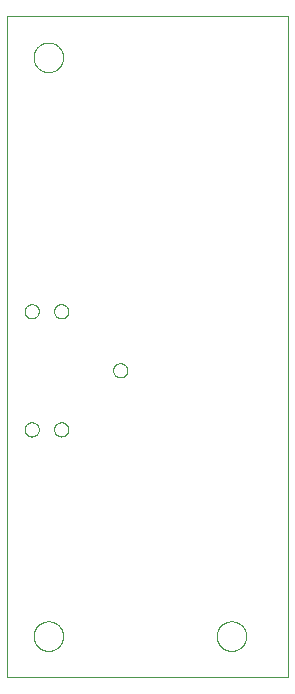
<source format=gko>
G75*
%MOIN*%
%OFA0B0*%
%FSLAX25Y25*%
%IPPOS*%
%LPD*%
%AMOC8*
5,1,8,0,0,1.08239X$1,22.5*
%
%ADD10C,0.00000*%
D10*
X0011500Y0010398D02*
X0011500Y0230870D01*
X0105201Y0230870D01*
X0105201Y0010398D01*
X0011500Y0010398D01*
X0020355Y0024177D02*
X0020357Y0024317D01*
X0020363Y0024457D01*
X0020373Y0024597D01*
X0020387Y0024736D01*
X0020405Y0024875D01*
X0020426Y0025013D01*
X0020452Y0025151D01*
X0020482Y0025288D01*
X0020515Y0025423D01*
X0020553Y0025558D01*
X0020594Y0025692D01*
X0020639Y0025825D01*
X0020688Y0025956D01*
X0020740Y0026086D01*
X0020796Y0026214D01*
X0020856Y0026341D01*
X0020919Y0026466D01*
X0020986Y0026589D01*
X0021056Y0026710D01*
X0021130Y0026829D01*
X0021207Y0026946D01*
X0021287Y0027061D01*
X0021371Y0027173D01*
X0021458Y0027283D01*
X0021548Y0027390D01*
X0021640Y0027495D01*
X0021736Y0027597D01*
X0021835Y0027696D01*
X0021936Y0027793D01*
X0022040Y0027887D01*
X0022147Y0027977D01*
X0022256Y0028065D01*
X0022368Y0028149D01*
X0022482Y0028230D01*
X0022599Y0028308D01*
X0022717Y0028383D01*
X0022838Y0028454D01*
X0022960Y0028521D01*
X0023085Y0028586D01*
X0023211Y0028646D01*
X0023339Y0028703D01*
X0023468Y0028757D01*
X0023599Y0028806D01*
X0023731Y0028852D01*
X0023865Y0028894D01*
X0024000Y0028933D01*
X0024135Y0028967D01*
X0024272Y0028998D01*
X0024409Y0029024D01*
X0024548Y0029047D01*
X0024686Y0029066D01*
X0024826Y0029081D01*
X0024965Y0029092D01*
X0025105Y0029099D01*
X0025245Y0029102D01*
X0025385Y0029101D01*
X0025525Y0029096D01*
X0025665Y0029087D01*
X0025804Y0029074D01*
X0025943Y0029057D01*
X0026082Y0029036D01*
X0026219Y0029012D01*
X0026356Y0028983D01*
X0026493Y0028950D01*
X0026628Y0028914D01*
X0026762Y0028874D01*
X0026895Y0028830D01*
X0027026Y0028782D01*
X0027157Y0028730D01*
X0027285Y0028675D01*
X0027412Y0028616D01*
X0027538Y0028554D01*
X0027661Y0028488D01*
X0027783Y0028419D01*
X0027902Y0028346D01*
X0028020Y0028270D01*
X0028135Y0028190D01*
X0028248Y0028107D01*
X0028359Y0028021D01*
X0028467Y0027932D01*
X0028572Y0027840D01*
X0028675Y0027745D01*
X0028775Y0027647D01*
X0028872Y0027546D01*
X0028966Y0027443D01*
X0029058Y0027337D01*
X0029146Y0027228D01*
X0029231Y0027117D01*
X0029313Y0027003D01*
X0029392Y0026888D01*
X0029467Y0026770D01*
X0029539Y0026650D01*
X0029608Y0026528D01*
X0029673Y0026404D01*
X0029734Y0026278D01*
X0029792Y0026150D01*
X0029847Y0026021D01*
X0029897Y0025891D01*
X0029944Y0025759D01*
X0029987Y0025625D01*
X0030026Y0025491D01*
X0030062Y0025356D01*
X0030093Y0025219D01*
X0030121Y0025082D01*
X0030145Y0024944D01*
X0030165Y0024805D01*
X0030181Y0024666D01*
X0030193Y0024527D01*
X0030201Y0024387D01*
X0030205Y0024247D01*
X0030205Y0024107D01*
X0030201Y0023967D01*
X0030193Y0023827D01*
X0030181Y0023688D01*
X0030165Y0023549D01*
X0030145Y0023410D01*
X0030121Y0023272D01*
X0030093Y0023135D01*
X0030062Y0022998D01*
X0030026Y0022863D01*
X0029987Y0022729D01*
X0029944Y0022595D01*
X0029897Y0022463D01*
X0029847Y0022333D01*
X0029792Y0022204D01*
X0029734Y0022076D01*
X0029673Y0021950D01*
X0029608Y0021826D01*
X0029539Y0021704D01*
X0029467Y0021584D01*
X0029392Y0021466D01*
X0029313Y0021351D01*
X0029231Y0021237D01*
X0029146Y0021126D01*
X0029058Y0021017D01*
X0028966Y0020911D01*
X0028872Y0020808D01*
X0028775Y0020707D01*
X0028675Y0020609D01*
X0028572Y0020514D01*
X0028467Y0020422D01*
X0028359Y0020333D01*
X0028248Y0020247D01*
X0028135Y0020164D01*
X0028020Y0020084D01*
X0027902Y0020008D01*
X0027783Y0019935D01*
X0027661Y0019866D01*
X0027538Y0019800D01*
X0027412Y0019738D01*
X0027285Y0019679D01*
X0027157Y0019624D01*
X0027026Y0019572D01*
X0026895Y0019524D01*
X0026762Y0019480D01*
X0026628Y0019440D01*
X0026493Y0019404D01*
X0026356Y0019371D01*
X0026219Y0019342D01*
X0026082Y0019318D01*
X0025943Y0019297D01*
X0025804Y0019280D01*
X0025665Y0019267D01*
X0025525Y0019258D01*
X0025385Y0019253D01*
X0025245Y0019252D01*
X0025105Y0019255D01*
X0024965Y0019262D01*
X0024826Y0019273D01*
X0024686Y0019288D01*
X0024548Y0019307D01*
X0024409Y0019330D01*
X0024272Y0019356D01*
X0024135Y0019387D01*
X0024000Y0019421D01*
X0023865Y0019460D01*
X0023731Y0019502D01*
X0023599Y0019548D01*
X0023468Y0019597D01*
X0023339Y0019651D01*
X0023211Y0019708D01*
X0023085Y0019768D01*
X0022960Y0019833D01*
X0022838Y0019900D01*
X0022717Y0019971D01*
X0022599Y0020046D01*
X0022482Y0020124D01*
X0022368Y0020205D01*
X0022256Y0020289D01*
X0022147Y0020377D01*
X0022040Y0020467D01*
X0021936Y0020561D01*
X0021835Y0020658D01*
X0021736Y0020757D01*
X0021640Y0020859D01*
X0021548Y0020964D01*
X0021458Y0021071D01*
X0021371Y0021181D01*
X0021287Y0021293D01*
X0021207Y0021408D01*
X0021130Y0021525D01*
X0021056Y0021644D01*
X0020986Y0021765D01*
X0020919Y0021888D01*
X0020856Y0022013D01*
X0020796Y0022140D01*
X0020740Y0022268D01*
X0020688Y0022398D01*
X0020639Y0022529D01*
X0020594Y0022662D01*
X0020553Y0022796D01*
X0020515Y0022931D01*
X0020482Y0023066D01*
X0020452Y0023203D01*
X0020426Y0023341D01*
X0020405Y0023479D01*
X0020387Y0023618D01*
X0020373Y0023757D01*
X0020363Y0023897D01*
X0020357Y0024037D01*
X0020355Y0024177D01*
X0017358Y0093075D02*
X0017360Y0093172D01*
X0017366Y0093269D01*
X0017376Y0093365D01*
X0017390Y0093461D01*
X0017408Y0093557D01*
X0017429Y0093651D01*
X0017455Y0093745D01*
X0017484Y0093837D01*
X0017518Y0093928D01*
X0017554Y0094018D01*
X0017595Y0094106D01*
X0017639Y0094192D01*
X0017687Y0094277D01*
X0017738Y0094359D01*
X0017792Y0094440D01*
X0017850Y0094518D01*
X0017911Y0094593D01*
X0017974Y0094666D01*
X0018041Y0094737D01*
X0018111Y0094804D01*
X0018183Y0094869D01*
X0018258Y0094930D01*
X0018336Y0094989D01*
X0018415Y0095044D01*
X0018497Y0095096D01*
X0018581Y0095144D01*
X0018667Y0095189D01*
X0018755Y0095231D01*
X0018844Y0095269D01*
X0018935Y0095303D01*
X0019027Y0095333D01*
X0019120Y0095360D01*
X0019215Y0095382D01*
X0019310Y0095401D01*
X0019406Y0095416D01*
X0019502Y0095427D01*
X0019599Y0095434D01*
X0019696Y0095437D01*
X0019793Y0095436D01*
X0019890Y0095431D01*
X0019986Y0095422D01*
X0020082Y0095409D01*
X0020178Y0095392D01*
X0020273Y0095371D01*
X0020366Y0095347D01*
X0020459Y0095318D01*
X0020551Y0095286D01*
X0020641Y0095250D01*
X0020729Y0095211D01*
X0020816Y0095167D01*
X0020901Y0095121D01*
X0020984Y0095070D01*
X0021065Y0095017D01*
X0021143Y0094960D01*
X0021220Y0094900D01*
X0021293Y0094837D01*
X0021364Y0094771D01*
X0021432Y0094702D01*
X0021498Y0094630D01*
X0021560Y0094556D01*
X0021619Y0094479D01*
X0021675Y0094400D01*
X0021728Y0094318D01*
X0021778Y0094235D01*
X0021823Y0094149D01*
X0021866Y0094062D01*
X0021905Y0093973D01*
X0021940Y0093883D01*
X0021971Y0093791D01*
X0021998Y0093698D01*
X0022022Y0093604D01*
X0022042Y0093509D01*
X0022058Y0093413D01*
X0022070Y0093317D01*
X0022078Y0093220D01*
X0022082Y0093123D01*
X0022082Y0093027D01*
X0022078Y0092930D01*
X0022070Y0092833D01*
X0022058Y0092737D01*
X0022042Y0092641D01*
X0022022Y0092546D01*
X0021998Y0092452D01*
X0021971Y0092359D01*
X0021940Y0092267D01*
X0021905Y0092177D01*
X0021866Y0092088D01*
X0021823Y0092001D01*
X0021778Y0091915D01*
X0021728Y0091832D01*
X0021675Y0091750D01*
X0021619Y0091671D01*
X0021560Y0091594D01*
X0021498Y0091520D01*
X0021432Y0091448D01*
X0021364Y0091379D01*
X0021293Y0091313D01*
X0021220Y0091250D01*
X0021143Y0091190D01*
X0021065Y0091133D01*
X0020984Y0091080D01*
X0020901Y0091029D01*
X0020816Y0090983D01*
X0020729Y0090939D01*
X0020641Y0090900D01*
X0020551Y0090864D01*
X0020459Y0090832D01*
X0020366Y0090803D01*
X0020273Y0090779D01*
X0020178Y0090758D01*
X0020082Y0090741D01*
X0019986Y0090728D01*
X0019890Y0090719D01*
X0019793Y0090714D01*
X0019696Y0090713D01*
X0019599Y0090716D01*
X0019502Y0090723D01*
X0019406Y0090734D01*
X0019310Y0090749D01*
X0019215Y0090768D01*
X0019120Y0090790D01*
X0019027Y0090817D01*
X0018935Y0090847D01*
X0018844Y0090881D01*
X0018755Y0090919D01*
X0018667Y0090961D01*
X0018581Y0091006D01*
X0018497Y0091054D01*
X0018415Y0091106D01*
X0018336Y0091161D01*
X0018258Y0091220D01*
X0018183Y0091281D01*
X0018111Y0091346D01*
X0018041Y0091413D01*
X0017974Y0091484D01*
X0017911Y0091557D01*
X0017850Y0091632D01*
X0017792Y0091710D01*
X0017738Y0091791D01*
X0017687Y0091873D01*
X0017639Y0091958D01*
X0017595Y0092044D01*
X0017554Y0092132D01*
X0017518Y0092222D01*
X0017484Y0092313D01*
X0017455Y0092405D01*
X0017429Y0092499D01*
X0017408Y0092593D01*
X0017390Y0092689D01*
X0017376Y0092785D01*
X0017366Y0092881D01*
X0017360Y0092978D01*
X0017358Y0093075D01*
X0027201Y0093075D02*
X0027203Y0093172D01*
X0027209Y0093269D01*
X0027219Y0093365D01*
X0027233Y0093461D01*
X0027251Y0093557D01*
X0027272Y0093651D01*
X0027298Y0093745D01*
X0027327Y0093837D01*
X0027361Y0093928D01*
X0027397Y0094018D01*
X0027438Y0094106D01*
X0027482Y0094192D01*
X0027530Y0094277D01*
X0027581Y0094359D01*
X0027635Y0094440D01*
X0027693Y0094518D01*
X0027754Y0094593D01*
X0027817Y0094666D01*
X0027884Y0094737D01*
X0027954Y0094804D01*
X0028026Y0094869D01*
X0028101Y0094930D01*
X0028179Y0094989D01*
X0028258Y0095044D01*
X0028340Y0095096D01*
X0028424Y0095144D01*
X0028510Y0095189D01*
X0028598Y0095231D01*
X0028687Y0095269D01*
X0028778Y0095303D01*
X0028870Y0095333D01*
X0028963Y0095360D01*
X0029058Y0095382D01*
X0029153Y0095401D01*
X0029249Y0095416D01*
X0029345Y0095427D01*
X0029442Y0095434D01*
X0029539Y0095437D01*
X0029636Y0095436D01*
X0029733Y0095431D01*
X0029829Y0095422D01*
X0029925Y0095409D01*
X0030021Y0095392D01*
X0030116Y0095371D01*
X0030209Y0095347D01*
X0030302Y0095318D01*
X0030394Y0095286D01*
X0030484Y0095250D01*
X0030572Y0095211D01*
X0030659Y0095167D01*
X0030744Y0095121D01*
X0030827Y0095070D01*
X0030908Y0095017D01*
X0030986Y0094960D01*
X0031063Y0094900D01*
X0031136Y0094837D01*
X0031207Y0094771D01*
X0031275Y0094702D01*
X0031341Y0094630D01*
X0031403Y0094556D01*
X0031462Y0094479D01*
X0031518Y0094400D01*
X0031571Y0094318D01*
X0031621Y0094235D01*
X0031666Y0094149D01*
X0031709Y0094062D01*
X0031748Y0093973D01*
X0031783Y0093883D01*
X0031814Y0093791D01*
X0031841Y0093698D01*
X0031865Y0093604D01*
X0031885Y0093509D01*
X0031901Y0093413D01*
X0031913Y0093317D01*
X0031921Y0093220D01*
X0031925Y0093123D01*
X0031925Y0093027D01*
X0031921Y0092930D01*
X0031913Y0092833D01*
X0031901Y0092737D01*
X0031885Y0092641D01*
X0031865Y0092546D01*
X0031841Y0092452D01*
X0031814Y0092359D01*
X0031783Y0092267D01*
X0031748Y0092177D01*
X0031709Y0092088D01*
X0031666Y0092001D01*
X0031621Y0091915D01*
X0031571Y0091832D01*
X0031518Y0091750D01*
X0031462Y0091671D01*
X0031403Y0091594D01*
X0031341Y0091520D01*
X0031275Y0091448D01*
X0031207Y0091379D01*
X0031136Y0091313D01*
X0031063Y0091250D01*
X0030986Y0091190D01*
X0030908Y0091133D01*
X0030827Y0091080D01*
X0030744Y0091029D01*
X0030659Y0090983D01*
X0030572Y0090939D01*
X0030484Y0090900D01*
X0030394Y0090864D01*
X0030302Y0090832D01*
X0030209Y0090803D01*
X0030116Y0090779D01*
X0030021Y0090758D01*
X0029925Y0090741D01*
X0029829Y0090728D01*
X0029733Y0090719D01*
X0029636Y0090714D01*
X0029539Y0090713D01*
X0029442Y0090716D01*
X0029345Y0090723D01*
X0029249Y0090734D01*
X0029153Y0090749D01*
X0029058Y0090768D01*
X0028963Y0090790D01*
X0028870Y0090817D01*
X0028778Y0090847D01*
X0028687Y0090881D01*
X0028598Y0090919D01*
X0028510Y0090961D01*
X0028424Y0091006D01*
X0028340Y0091054D01*
X0028258Y0091106D01*
X0028179Y0091161D01*
X0028101Y0091220D01*
X0028026Y0091281D01*
X0027954Y0091346D01*
X0027884Y0091413D01*
X0027817Y0091484D01*
X0027754Y0091557D01*
X0027693Y0091632D01*
X0027635Y0091710D01*
X0027581Y0091791D01*
X0027530Y0091873D01*
X0027482Y0091958D01*
X0027438Y0092044D01*
X0027397Y0092132D01*
X0027361Y0092222D01*
X0027327Y0092313D01*
X0027298Y0092405D01*
X0027272Y0092499D01*
X0027251Y0092593D01*
X0027233Y0092689D01*
X0027219Y0092785D01*
X0027209Y0092881D01*
X0027203Y0092978D01*
X0027201Y0093075D01*
X0027201Y0132445D02*
X0027203Y0132542D01*
X0027209Y0132639D01*
X0027219Y0132735D01*
X0027233Y0132831D01*
X0027251Y0132927D01*
X0027272Y0133021D01*
X0027298Y0133115D01*
X0027327Y0133207D01*
X0027361Y0133298D01*
X0027397Y0133388D01*
X0027438Y0133476D01*
X0027482Y0133562D01*
X0027530Y0133647D01*
X0027581Y0133729D01*
X0027635Y0133810D01*
X0027693Y0133888D01*
X0027754Y0133963D01*
X0027817Y0134036D01*
X0027884Y0134107D01*
X0027954Y0134174D01*
X0028026Y0134239D01*
X0028101Y0134300D01*
X0028179Y0134359D01*
X0028258Y0134414D01*
X0028340Y0134466D01*
X0028424Y0134514D01*
X0028510Y0134559D01*
X0028598Y0134601D01*
X0028687Y0134639D01*
X0028778Y0134673D01*
X0028870Y0134703D01*
X0028963Y0134730D01*
X0029058Y0134752D01*
X0029153Y0134771D01*
X0029249Y0134786D01*
X0029345Y0134797D01*
X0029442Y0134804D01*
X0029539Y0134807D01*
X0029636Y0134806D01*
X0029733Y0134801D01*
X0029829Y0134792D01*
X0029925Y0134779D01*
X0030021Y0134762D01*
X0030116Y0134741D01*
X0030209Y0134717D01*
X0030302Y0134688D01*
X0030394Y0134656D01*
X0030484Y0134620D01*
X0030572Y0134581D01*
X0030659Y0134537D01*
X0030744Y0134491D01*
X0030827Y0134440D01*
X0030908Y0134387D01*
X0030986Y0134330D01*
X0031063Y0134270D01*
X0031136Y0134207D01*
X0031207Y0134141D01*
X0031275Y0134072D01*
X0031341Y0134000D01*
X0031403Y0133926D01*
X0031462Y0133849D01*
X0031518Y0133770D01*
X0031571Y0133688D01*
X0031621Y0133605D01*
X0031666Y0133519D01*
X0031709Y0133432D01*
X0031748Y0133343D01*
X0031783Y0133253D01*
X0031814Y0133161D01*
X0031841Y0133068D01*
X0031865Y0132974D01*
X0031885Y0132879D01*
X0031901Y0132783D01*
X0031913Y0132687D01*
X0031921Y0132590D01*
X0031925Y0132493D01*
X0031925Y0132397D01*
X0031921Y0132300D01*
X0031913Y0132203D01*
X0031901Y0132107D01*
X0031885Y0132011D01*
X0031865Y0131916D01*
X0031841Y0131822D01*
X0031814Y0131729D01*
X0031783Y0131637D01*
X0031748Y0131547D01*
X0031709Y0131458D01*
X0031666Y0131371D01*
X0031621Y0131285D01*
X0031571Y0131202D01*
X0031518Y0131120D01*
X0031462Y0131041D01*
X0031403Y0130964D01*
X0031341Y0130890D01*
X0031275Y0130818D01*
X0031207Y0130749D01*
X0031136Y0130683D01*
X0031063Y0130620D01*
X0030986Y0130560D01*
X0030908Y0130503D01*
X0030827Y0130450D01*
X0030744Y0130399D01*
X0030659Y0130353D01*
X0030572Y0130309D01*
X0030484Y0130270D01*
X0030394Y0130234D01*
X0030302Y0130202D01*
X0030209Y0130173D01*
X0030116Y0130149D01*
X0030021Y0130128D01*
X0029925Y0130111D01*
X0029829Y0130098D01*
X0029733Y0130089D01*
X0029636Y0130084D01*
X0029539Y0130083D01*
X0029442Y0130086D01*
X0029345Y0130093D01*
X0029249Y0130104D01*
X0029153Y0130119D01*
X0029058Y0130138D01*
X0028963Y0130160D01*
X0028870Y0130187D01*
X0028778Y0130217D01*
X0028687Y0130251D01*
X0028598Y0130289D01*
X0028510Y0130331D01*
X0028424Y0130376D01*
X0028340Y0130424D01*
X0028258Y0130476D01*
X0028179Y0130531D01*
X0028101Y0130590D01*
X0028026Y0130651D01*
X0027954Y0130716D01*
X0027884Y0130783D01*
X0027817Y0130854D01*
X0027754Y0130927D01*
X0027693Y0131002D01*
X0027635Y0131080D01*
X0027581Y0131161D01*
X0027530Y0131243D01*
X0027482Y0131328D01*
X0027438Y0131414D01*
X0027397Y0131502D01*
X0027361Y0131592D01*
X0027327Y0131683D01*
X0027298Y0131775D01*
X0027272Y0131869D01*
X0027251Y0131963D01*
X0027233Y0132059D01*
X0027219Y0132155D01*
X0027209Y0132251D01*
X0027203Y0132348D01*
X0027201Y0132445D01*
X0017358Y0132445D02*
X0017360Y0132542D01*
X0017366Y0132639D01*
X0017376Y0132735D01*
X0017390Y0132831D01*
X0017408Y0132927D01*
X0017429Y0133021D01*
X0017455Y0133115D01*
X0017484Y0133207D01*
X0017518Y0133298D01*
X0017554Y0133388D01*
X0017595Y0133476D01*
X0017639Y0133562D01*
X0017687Y0133647D01*
X0017738Y0133729D01*
X0017792Y0133810D01*
X0017850Y0133888D01*
X0017911Y0133963D01*
X0017974Y0134036D01*
X0018041Y0134107D01*
X0018111Y0134174D01*
X0018183Y0134239D01*
X0018258Y0134300D01*
X0018336Y0134359D01*
X0018415Y0134414D01*
X0018497Y0134466D01*
X0018581Y0134514D01*
X0018667Y0134559D01*
X0018755Y0134601D01*
X0018844Y0134639D01*
X0018935Y0134673D01*
X0019027Y0134703D01*
X0019120Y0134730D01*
X0019215Y0134752D01*
X0019310Y0134771D01*
X0019406Y0134786D01*
X0019502Y0134797D01*
X0019599Y0134804D01*
X0019696Y0134807D01*
X0019793Y0134806D01*
X0019890Y0134801D01*
X0019986Y0134792D01*
X0020082Y0134779D01*
X0020178Y0134762D01*
X0020273Y0134741D01*
X0020366Y0134717D01*
X0020459Y0134688D01*
X0020551Y0134656D01*
X0020641Y0134620D01*
X0020729Y0134581D01*
X0020816Y0134537D01*
X0020901Y0134491D01*
X0020984Y0134440D01*
X0021065Y0134387D01*
X0021143Y0134330D01*
X0021220Y0134270D01*
X0021293Y0134207D01*
X0021364Y0134141D01*
X0021432Y0134072D01*
X0021498Y0134000D01*
X0021560Y0133926D01*
X0021619Y0133849D01*
X0021675Y0133770D01*
X0021728Y0133688D01*
X0021778Y0133605D01*
X0021823Y0133519D01*
X0021866Y0133432D01*
X0021905Y0133343D01*
X0021940Y0133253D01*
X0021971Y0133161D01*
X0021998Y0133068D01*
X0022022Y0132974D01*
X0022042Y0132879D01*
X0022058Y0132783D01*
X0022070Y0132687D01*
X0022078Y0132590D01*
X0022082Y0132493D01*
X0022082Y0132397D01*
X0022078Y0132300D01*
X0022070Y0132203D01*
X0022058Y0132107D01*
X0022042Y0132011D01*
X0022022Y0131916D01*
X0021998Y0131822D01*
X0021971Y0131729D01*
X0021940Y0131637D01*
X0021905Y0131547D01*
X0021866Y0131458D01*
X0021823Y0131371D01*
X0021778Y0131285D01*
X0021728Y0131202D01*
X0021675Y0131120D01*
X0021619Y0131041D01*
X0021560Y0130964D01*
X0021498Y0130890D01*
X0021432Y0130818D01*
X0021364Y0130749D01*
X0021293Y0130683D01*
X0021220Y0130620D01*
X0021143Y0130560D01*
X0021065Y0130503D01*
X0020984Y0130450D01*
X0020901Y0130399D01*
X0020816Y0130353D01*
X0020729Y0130309D01*
X0020641Y0130270D01*
X0020551Y0130234D01*
X0020459Y0130202D01*
X0020366Y0130173D01*
X0020273Y0130149D01*
X0020178Y0130128D01*
X0020082Y0130111D01*
X0019986Y0130098D01*
X0019890Y0130089D01*
X0019793Y0130084D01*
X0019696Y0130083D01*
X0019599Y0130086D01*
X0019502Y0130093D01*
X0019406Y0130104D01*
X0019310Y0130119D01*
X0019215Y0130138D01*
X0019120Y0130160D01*
X0019027Y0130187D01*
X0018935Y0130217D01*
X0018844Y0130251D01*
X0018755Y0130289D01*
X0018667Y0130331D01*
X0018581Y0130376D01*
X0018497Y0130424D01*
X0018415Y0130476D01*
X0018336Y0130531D01*
X0018258Y0130590D01*
X0018183Y0130651D01*
X0018111Y0130716D01*
X0018041Y0130783D01*
X0017974Y0130854D01*
X0017911Y0130927D01*
X0017850Y0131002D01*
X0017792Y0131080D01*
X0017738Y0131161D01*
X0017687Y0131243D01*
X0017639Y0131328D01*
X0017595Y0131414D01*
X0017554Y0131502D01*
X0017518Y0131592D01*
X0017484Y0131683D01*
X0017455Y0131775D01*
X0017429Y0131869D01*
X0017408Y0131963D01*
X0017390Y0132059D01*
X0017376Y0132155D01*
X0017366Y0132251D01*
X0017360Y0132348D01*
X0017358Y0132445D01*
X0046886Y0112760D02*
X0046888Y0112857D01*
X0046894Y0112954D01*
X0046904Y0113050D01*
X0046918Y0113146D01*
X0046936Y0113242D01*
X0046957Y0113336D01*
X0046983Y0113430D01*
X0047012Y0113522D01*
X0047046Y0113613D01*
X0047082Y0113703D01*
X0047123Y0113791D01*
X0047167Y0113877D01*
X0047215Y0113962D01*
X0047266Y0114044D01*
X0047320Y0114125D01*
X0047378Y0114203D01*
X0047439Y0114278D01*
X0047502Y0114351D01*
X0047569Y0114422D01*
X0047639Y0114489D01*
X0047711Y0114554D01*
X0047786Y0114615D01*
X0047864Y0114674D01*
X0047943Y0114729D01*
X0048025Y0114781D01*
X0048109Y0114829D01*
X0048195Y0114874D01*
X0048283Y0114916D01*
X0048372Y0114954D01*
X0048463Y0114988D01*
X0048555Y0115018D01*
X0048648Y0115045D01*
X0048743Y0115067D01*
X0048838Y0115086D01*
X0048934Y0115101D01*
X0049030Y0115112D01*
X0049127Y0115119D01*
X0049224Y0115122D01*
X0049321Y0115121D01*
X0049418Y0115116D01*
X0049514Y0115107D01*
X0049610Y0115094D01*
X0049706Y0115077D01*
X0049801Y0115056D01*
X0049894Y0115032D01*
X0049987Y0115003D01*
X0050079Y0114971D01*
X0050169Y0114935D01*
X0050257Y0114896D01*
X0050344Y0114852D01*
X0050429Y0114806D01*
X0050512Y0114755D01*
X0050593Y0114702D01*
X0050671Y0114645D01*
X0050748Y0114585D01*
X0050821Y0114522D01*
X0050892Y0114456D01*
X0050960Y0114387D01*
X0051026Y0114315D01*
X0051088Y0114241D01*
X0051147Y0114164D01*
X0051203Y0114085D01*
X0051256Y0114003D01*
X0051306Y0113920D01*
X0051351Y0113834D01*
X0051394Y0113747D01*
X0051433Y0113658D01*
X0051468Y0113568D01*
X0051499Y0113476D01*
X0051526Y0113383D01*
X0051550Y0113289D01*
X0051570Y0113194D01*
X0051586Y0113098D01*
X0051598Y0113002D01*
X0051606Y0112905D01*
X0051610Y0112808D01*
X0051610Y0112712D01*
X0051606Y0112615D01*
X0051598Y0112518D01*
X0051586Y0112422D01*
X0051570Y0112326D01*
X0051550Y0112231D01*
X0051526Y0112137D01*
X0051499Y0112044D01*
X0051468Y0111952D01*
X0051433Y0111862D01*
X0051394Y0111773D01*
X0051351Y0111686D01*
X0051306Y0111600D01*
X0051256Y0111517D01*
X0051203Y0111435D01*
X0051147Y0111356D01*
X0051088Y0111279D01*
X0051026Y0111205D01*
X0050960Y0111133D01*
X0050892Y0111064D01*
X0050821Y0110998D01*
X0050748Y0110935D01*
X0050671Y0110875D01*
X0050593Y0110818D01*
X0050512Y0110765D01*
X0050429Y0110714D01*
X0050344Y0110668D01*
X0050257Y0110624D01*
X0050169Y0110585D01*
X0050079Y0110549D01*
X0049987Y0110517D01*
X0049894Y0110488D01*
X0049801Y0110464D01*
X0049706Y0110443D01*
X0049610Y0110426D01*
X0049514Y0110413D01*
X0049418Y0110404D01*
X0049321Y0110399D01*
X0049224Y0110398D01*
X0049127Y0110401D01*
X0049030Y0110408D01*
X0048934Y0110419D01*
X0048838Y0110434D01*
X0048743Y0110453D01*
X0048648Y0110475D01*
X0048555Y0110502D01*
X0048463Y0110532D01*
X0048372Y0110566D01*
X0048283Y0110604D01*
X0048195Y0110646D01*
X0048109Y0110691D01*
X0048025Y0110739D01*
X0047943Y0110791D01*
X0047864Y0110846D01*
X0047786Y0110905D01*
X0047711Y0110966D01*
X0047639Y0111031D01*
X0047569Y0111098D01*
X0047502Y0111169D01*
X0047439Y0111242D01*
X0047378Y0111317D01*
X0047320Y0111395D01*
X0047266Y0111476D01*
X0047215Y0111558D01*
X0047167Y0111643D01*
X0047123Y0111729D01*
X0047082Y0111817D01*
X0047046Y0111907D01*
X0047012Y0111998D01*
X0046983Y0112090D01*
X0046957Y0112184D01*
X0046936Y0112278D01*
X0046918Y0112374D01*
X0046904Y0112470D01*
X0046894Y0112566D01*
X0046888Y0112663D01*
X0046886Y0112760D01*
X0081378Y0024177D02*
X0081380Y0024317D01*
X0081386Y0024457D01*
X0081396Y0024597D01*
X0081410Y0024736D01*
X0081428Y0024875D01*
X0081449Y0025013D01*
X0081475Y0025151D01*
X0081505Y0025288D01*
X0081538Y0025423D01*
X0081576Y0025558D01*
X0081617Y0025692D01*
X0081662Y0025825D01*
X0081711Y0025956D01*
X0081763Y0026086D01*
X0081819Y0026214D01*
X0081879Y0026341D01*
X0081942Y0026466D01*
X0082009Y0026589D01*
X0082079Y0026710D01*
X0082153Y0026829D01*
X0082230Y0026946D01*
X0082310Y0027061D01*
X0082394Y0027173D01*
X0082481Y0027283D01*
X0082571Y0027390D01*
X0082663Y0027495D01*
X0082759Y0027597D01*
X0082858Y0027696D01*
X0082959Y0027793D01*
X0083063Y0027887D01*
X0083170Y0027977D01*
X0083279Y0028065D01*
X0083391Y0028149D01*
X0083505Y0028230D01*
X0083622Y0028308D01*
X0083740Y0028383D01*
X0083861Y0028454D01*
X0083983Y0028521D01*
X0084108Y0028586D01*
X0084234Y0028646D01*
X0084362Y0028703D01*
X0084491Y0028757D01*
X0084622Y0028806D01*
X0084754Y0028852D01*
X0084888Y0028894D01*
X0085023Y0028933D01*
X0085158Y0028967D01*
X0085295Y0028998D01*
X0085432Y0029024D01*
X0085571Y0029047D01*
X0085709Y0029066D01*
X0085849Y0029081D01*
X0085988Y0029092D01*
X0086128Y0029099D01*
X0086268Y0029102D01*
X0086408Y0029101D01*
X0086548Y0029096D01*
X0086688Y0029087D01*
X0086827Y0029074D01*
X0086966Y0029057D01*
X0087105Y0029036D01*
X0087242Y0029012D01*
X0087379Y0028983D01*
X0087516Y0028950D01*
X0087651Y0028914D01*
X0087785Y0028874D01*
X0087918Y0028830D01*
X0088049Y0028782D01*
X0088180Y0028730D01*
X0088308Y0028675D01*
X0088435Y0028616D01*
X0088561Y0028554D01*
X0088684Y0028488D01*
X0088806Y0028419D01*
X0088925Y0028346D01*
X0089043Y0028270D01*
X0089158Y0028190D01*
X0089271Y0028107D01*
X0089382Y0028021D01*
X0089490Y0027932D01*
X0089595Y0027840D01*
X0089698Y0027745D01*
X0089798Y0027647D01*
X0089895Y0027546D01*
X0089989Y0027443D01*
X0090081Y0027337D01*
X0090169Y0027228D01*
X0090254Y0027117D01*
X0090336Y0027003D01*
X0090415Y0026888D01*
X0090490Y0026770D01*
X0090562Y0026650D01*
X0090631Y0026528D01*
X0090696Y0026404D01*
X0090757Y0026278D01*
X0090815Y0026150D01*
X0090870Y0026021D01*
X0090920Y0025891D01*
X0090967Y0025759D01*
X0091010Y0025625D01*
X0091049Y0025491D01*
X0091085Y0025356D01*
X0091116Y0025219D01*
X0091144Y0025082D01*
X0091168Y0024944D01*
X0091188Y0024805D01*
X0091204Y0024666D01*
X0091216Y0024527D01*
X0091224Y0024387D01*
X0091228Y0024247D01*
X0091228Y0024107D01*
X0091224Y0023967D01*
X0091216Y0023827D01*
X0091204Y0023688D01*
X0091188Y0023549D01*
X0091168Y0023410D01*
X0091144Y0023272D01*
X0091116Y0023135D01*
X0091085Y0022998D01*
X0091049Y0022863D01*
X0091010Y0022729D01*
X0090967Y0022595D01*
X0090920Y0022463D01*
X0090870Y0022333D01*
X0090815Y0022204D01*
X0090757Y0022076D01*
X0090696Y0021950D01*
X0090631Y0021826D01*
X0090562Y0021704D01*
X0090490Y0021584D01*
X0090415Y0021466D01*
X0090336Y0021351D01*
X0090254Y0021237D01*
X0090169Y0021126D01*
X0090081Y0021017D01*
X0089989Y0020911D01*
X0089895Y0020808D01*
X0089798Y0020707D01*
X0089698Y0020609D01*
X0089595Y0020514D01*
X0089490Y0020422D01*
X0089382Y0020333D01*
X0089271Y0020247D01*
X0089158Y0020164D01*
X0089043Y0020084D01*
X0088925Y0020008D01*
X0088806Y0019935D01*
X0088684Y0019866D01*
X0088561Y0019800D01*
X0088435Y0019738D01*
X0088308Y0019679D01*
X0088180Y0019624D01*
X0088049Y0019572D01*
X0087918Y0019524D01*
X0087785Y0019480D01*
X0087651Y0019440D01*
X0087516Y0019404D01*
X0087379Y0019371D01*
X0087242Y0019342D01*
X0087105Y0019318D01*
X0086966Y0019297D01*
X0086827Y0019280D01*
X0086688Y0019267D01*
X0086548Y0019258D01*
X0086408Y0019253D01*
X0086268Y0019252D01*
X0086128Y0019255D01*
X0085988Y0019262D01*
X0085849Y0019273D01*
X0085709Y0019288D01*
X0085571Y0019307D01*
X0085432Y0019330D01*
X0085295Y0019356D01*
X0085158Y0019387D01*
X0085023Y0019421D01*
X0084888Y0019460D01*
X0084754Y0019502D01*
X0084622Y0019548D01*
X0084491Y0019597D01*
X0084362Y0019651D01*
X0084234Y0019708D01*
X0084108Y0019768D01*
X0083983Y0019833D01*
X0083861Y0019900D01*
X0083740Y0019971D01*
X0083622Y0020046D01*
X0083505Y0020124D01*
X0083391Y0020205D01*
X0083279Y0020289D01*
X0083170Y0020377D01*
X0083063Y0020467D01*
X0082959Y0020561D01*
X0082858Y0020658D01*
X0082759Y0020757D01*
X0082663Y0020859D01*
X0082571Y0020964D01*
X0082481Y0021071D01*
X0082394Y0021181D01*
X0082310Y0021293D01*
X0082230Y0021408D01*
X0082153Y0021525D01*
X0082079Y0021644D01*
X0082009Y0021765D01*
X0081942Y0021888D01*
X0081879Y0022013D01*
X0081819Y0022140D01*
X0081763Y0022268D01*
X0081711Y0022398D01*
X0081662Y0022529D01*
X0081617Y0022662D01*
X0081576Y0022796D01*
X0081538Y0022931D01*
X0081505Y0023066D01*
X0081475Y0023203D01*
X0081449Y0023341D01*
X0081428Y0023479D01*
X0081410Y0023618D01*
X0081396Y0023757D01*
X0081386Y0023897D01*
X0081380Y0024037D01*
X0081378Y0024177D01*
X0020355Y0217091D02*
X0020357Y0217231D01*
X0020363Y0217371D01*
X0020373Y0217511D01*
X0020387Y0217650D01*
X0020405Y0217789D01*
X0020426Y0217927D01*
X0020452Y0218065D01*
X0020482Y0218202D01*
X0020515Y0218337D01*
X0020553Y0218472D01*
X0020594Y0218606D01*
X0020639Y0218739D01*
X0020688Y0218870D01*
X0020740Y0219000D01*
X0020796Y0219128D01*
X0020856Y0219255D01*
X0020919Y0219380D01*
X0020986Y0219503D01*
X0021056Y0219624D01*
X0021130Y0219743D01*
X0021207Y0219860D01*
X0021287Y0219975D01*
X0021371Y0220087D01*
X0021458Y0220197D01*
X0021548Y0220304D01*
X0021640Y0220409D01*
X0021736Y0220511D01*
X0021835Y0220610D01*
X0021936Y0220707D01*
X0022040Y0220801D01*
X0022147Y0220891D01*
X0022256Y0220979D01*
X0022368Y0221063D01*
X0022482Y0221144D01*
X0022599Y0221222D01*
X0022717Y0221297D01*
X0022838Y0221368D01*
X0022960Y0221435D01*
X0023085Y0221500D01*
X0023211Y0221560D01*
X0023339Y0221617D01*
X0023468Y0221671D01*
X0023599Y0221720D01*
X0023731Y0221766D01*
X0023865Y0221808D01*
X0024000Y0221847D01*
X0024135Y0221881D01*
X0024272Y0221912D01*
X0024409Y0221938D01*
X0024548Y0221961D01*
X0024686Y0221980D01*
X0024826Y0221995D01*
X0024965Y0222006D01*
X0025105Y0222013D01*
X0025245Y0222016D01*
X0025385Y0222015D01*
X0025525Y0222010D01*
X0025665Y0222001D01*
X0025804Y0221988D01*
X0025943Y0221971D01*
X0026082Y0221950D01*
X0026219Y0221926D01*
X0026356Y0221897D01*
X0026493Y0221864D01*
X0026628Y0221828D01*
X0026762Y0221788D01*
X0026895Y0221744D01*
X0027026Y0221696D01*
X0027157Y0221644D01*
X0027285Y0221589D01*
X0027412Y0221530D01*
X0027538Y0221468D01*
X0027661Y0221402D01*
X0027783Y0221333D01*
X0027902Y0221260D01*
X0028020Y0221184D01*
X0028135Y0221104D01*
X0028248Y0221021D01*
X0028359Y0220935D01*
X0028467Y0220846D01*
X0028572Y0220754D01*
X0028675Y0220659D01*
X0028775Y0220561D01*
X0028872Y0220460D01*
X0028966Y0220357D01*
X0029058Y0220251D01*
X0029146Y0220142D01*
X0029231Y0220031D01*
X0029313Y0219917D01*
X0029392Y0219802D01*
X0029467Y0219684D01*
X0029539Y0219564D01*
X0029608Y0219442D01*
X0029673Y0219318D01*
X0029734Y0219192D01*
X0029792Y0219064D01*
X0029847Y0218935D01*
X0029897Y0218805D01*
X0029944Y0218673D01*
X0029987Y0218539D01*
X0030026Y0218405D01*
X0030062Y0218270D01*
X0030093Y0218133D01*
X0030121Y0217996D01*
X0030145Y0217858D01*
X0030165Y0217719D01*
X0030181Y0217580D01*
X0030193Y0217441D01*
X0030201Y0217301D01*
X0030205Y0217161D01*
X0030205Y0217021D01*
X0030201Y0216881D01*
X0030193Y0216741D01*
X0030181Y0216602D01*
X0030165Y0216463D01*
X0030145Y0216324D01*
X0030121Y0216186D01*
X0030093Y0216049D01*
X0030062Y0215912D01*
X0030026Y0215777D01*
X0029987Y0215643D01*
X0029944Y0215509D01*
X0029897Y0215377D01*
X0029847Y0215247D01*
X0029792Y0215118D01*
X0029734Y0214990D01*
X0029673Y0214864D01*
X0029608Y0214740D01*
X0029539Y0214618D01*
X0029467Y0214498D01*
X0029392Y0214380D01*
X0029313Y0214265D01*
X0029231Y0214151D01*
X0029146Y0214040D01*
X0029058Y0213931D01*
X0028966Y0213825D01*
X0028872Y0213722D01*
X0028775Y0213621D01*
X0028675Y0213523D01*
X0028572Y0213428D01*
X0028467Y0213336D01*
X0028359Y0213247D01*
X0028248Y0213161D01*
X0028135Y0213078D01*
X0028020Y0212998D01*
X0027902Y0212922D01*
X0027783Y0212849D01*
X0027661Y0212780D01*
X0027538Y0212714D01*
X0027412Y0212652D01*
X0027285Y0212593D01*
X0027157Y0212538D01*
X0027026Y0212486D01*
X0026895Y0212438D01*
X0026762Y0212394D01*
X0026628Y0212354D01*
X0026493Y0212318D01*
X0026356Y0212285D01*
X0026219Y0212256D01*
X0026082Y0212232D01*
X0025943Y0212211D01*
X0025804Y0212194D01*
X0025665Y0212181D01*
X0025525Y0212172D01*
X0025385Y0212167D01*
X0025245Y0212166D01*
X0025105Y0212169D01*
X0024965Y0212176D01*
X0024826Y0212187D01*
X0024686Y0212202D01*
X0024548Y0212221D01*
X0024409Y0212244D01*
X0024272Y0212270D01*
X0024135Y0212301D01*
X0024000Y0212335D01*
X0023865Y0212374D01*
X0023731Y0212416D01*
X0023599Y0212462D01*
X0023468Y0212511D01*
X0023339Y0212565D01*
X0023211Y0212622D01*
X0023085Y0212682D01*
X0022960Y0212747D01*
X0022838Y0212814D01*
X0022717Y0212885D01*
X0022599Y0212960D01*
X0022482Y0213038D01*
X0022368Y0213119D01*
X0022256Y0213203D01*
X0022147Y0213291D01*
X0022040Y0213381D01*
X0021936Y0213475D01*
X0021835Y0213572D01*
X0021736Y0213671D01*
X0021640Y0213773D01*
X0021548Y0213878D01*
X0021458Y0213985D01*
X0021371Y0214095D01*
X0021287Y0214207D01*
X0021207Y0214322D01*
X0021130Y0214439D01*
X0021056Y0214558D01*
X0020986Y0214679D01*
X0020919Y0214802D01*
X0020856Y0214927D01*
X0020796Y0215054D01*
X0020740Y0215182D01*
X0020688Y0215312D01*
X0020639Y0215443D01*
X0020594Y0215576D01*
X0020553Y0215710D01*
X0020515Y0215845D01*
X0020482Y0215980D01*
X0020452Y0216117D01*
X0020426Y0216255D01*
X0020405Y0216393D01*
X0020387Y0216532D01*
X0020373Y0216671D01*
X0020363Y0216811D01*
X0020357Y0216951D01*
X0020355Y0217091D01*
M02*

</source>
